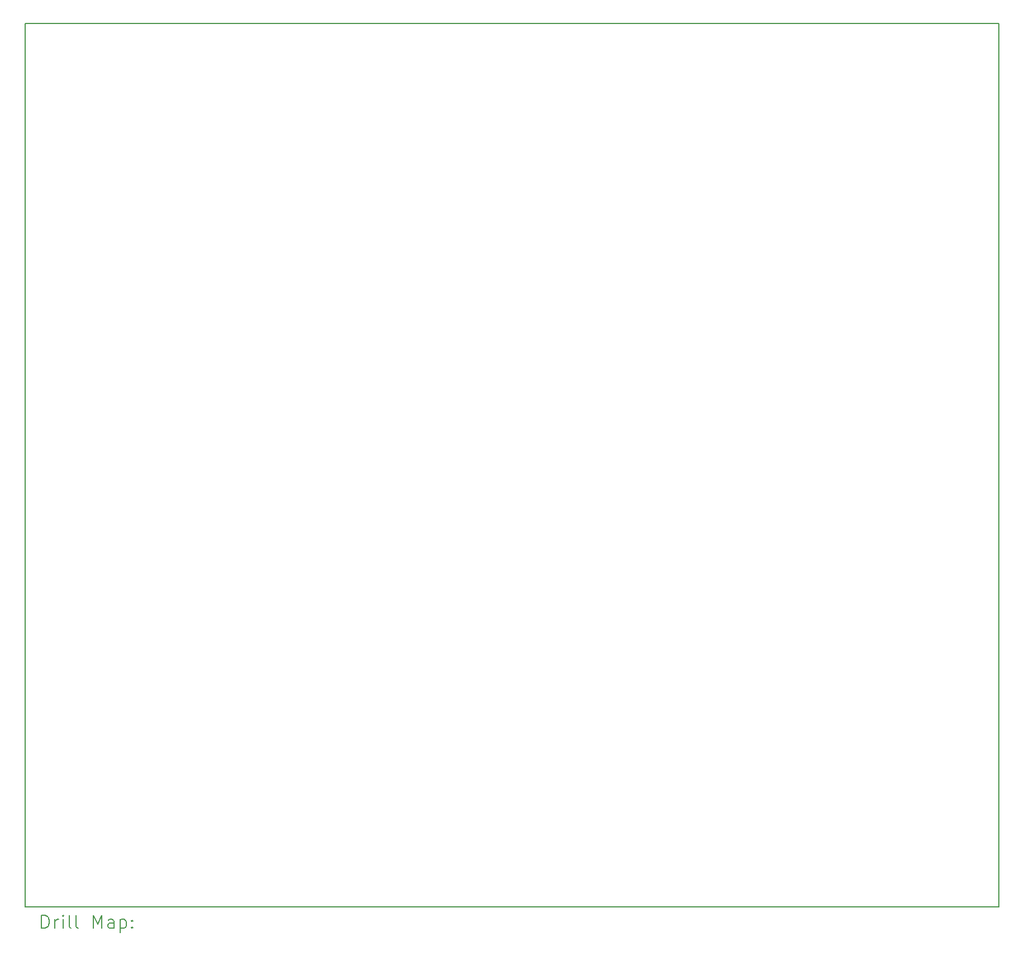
<source format=gbr>
%TF.GenerationSoftware,KiCad,Pcbnew,8.0.1*%
%TF.CreationDate,2024-05-29T20:25:28-07:00*%
%TF.ProjectId,8-Bit-Computer,382d4269-742d-4436-9f6d-70757465722e,rev?*%
%TF.SameCoordinates,Original*%
%TF.FileFunction,Drillmap*%
%TF.FilePolarity,Positive*%
%FSLAX45Y45*%
G04 Gerber Fmt 4.5, Leading zero omitted, Abs format (unit mm)*
G04 Created by KiCad (PCBNEW 8.0.1) date 2024-05-29 20:25:28*
%MOMM*%
%LPD*%
G01*
G04 APERTURE LIST*
%ADD10C,0.200000*%
G04 APERTURE END LIST*
D10*
X2750000Y-3500000D02*
X17500000Y-3500000D01*
X17500000Y-16900000D01*
X2750000Y-16900000D01*
X2750000Y-3500000D01*
X3000777Y-17221484D02*
X3000777Y-17021484D01*
X3000777Y-17021484D02*
X3048396Y-17021484D01*
X3048396Y-17021484D02*
X3076967Y-17031008D01*
X3076967Y-17031008D02*
X3096015Y-17050055D01*
X3096015Y-17050055D02*
X3105539Y-17069103D01*
X3105539Y-17069103D02*
X3115062Y-17107198D01*
X3115062Y-17107198D02*
X3115062Y-17135770D01*
X3115062Y-17135770D02*
X3105539Y-17173865D01*
X3105539Y-17173865D02*
X3096015Y-17192912D01*
X3096015Y-17192912D02*
X3076967Y-17211960D01*
X3076967Y-17211960D02*
X3048396Y-17221484D01*
X3048396Y-17221484D02*
X3000777Y-17221484D01*
X3200777Y-17221484D02*
X3200777Y-17088150D01*
X3200777Y-17126246D02*
X3210301Y-17107198D01*
X3210301Y-17107198D02*
X3219824Y-17097674D01*
X3219824Y-17097674D02*
X3238872Y-17088150D01*
X3238872Y-17088150D02*
X3257920Y-17088150D01*
X3324586Y-17221484D02*
X3324586Y-17088150D01*
X3324586Y-17021484D02*
X3315062Y-17031008D01*
X3315062Y-17031008D02*
X3324586Y-17040531D01*
X3324586Y-17040531D02*
X3334110Y-17031008D01*
X3334110Y-17031008D02*
X3324586Y-17021484D01*
X3324586Y-17021484D02*
X3324586Y-17040531D01*
X3448396Y-17221484D02*
X3429348Y-17211960D01*
X3429348Y-17211960D02*
X3419824Y-17192912D01*
X3419824Y-17192912D02*
X3419824Y-17021484D01*
X3553158Y-17221484D02*
X3534110Y-17211960D01*
X3534110Y-17211960D02*
X3524586Y-17192912D01*
X3524586Y-17192912D02*
X3524586Y-17021484D01*
X3781729Y-17221484D02*
X3781729Y-17021484D01*
X3781729Y-17021484D02*
X3848396Y-17164341D01*
X3848396Y-17164341D02*
X3915062Y-17021484D01*
X3915062Y-17021484D02*
X3915062Y-17221484D01*
X4096015Y-17221484D02*
X4096015Y-17116722D01*
X4096015Y-17116722D02*
X4086491Y-17097674D01*
X4086491Y-17097674D02*
X4067443Y-17088150D01*
X4067443Y-17088150D02*
X4029348Y-17088150D01*
X4029348Y-17088150D02*
X4010301Y-17097674D01*
X4096015Y-17211960D02*
X4076967Y-17221484D01*
X4076967Y-17221484D02*
X4029348Y-17221484D01*
X4029348Y-17221484D02*
X4010301Y-17211960D01*
X4010301Y-17211960D02*
X4000777Y-17192912D01*
X4000777Y-17192912D02*
X4000777Y-17173865D01*
X4000777Y-17173865D02*
X4010301Y-17154817D01*
X4010301Y-17154817D02*
X4029348Y-17145293D01*
X4029348Y-17145293D02*
X4076967Y-17145293D01*
X4076967Y-17145293D02*
X4096015Y-17135770D01*
X4191253Y-17088150D02*
X4191253Y-17288150D01*
X4191253Y-17097674D02*
X4210301Y-17088150D01*
X4210301Y-17088150D02*
X4248396Y-17088150D01*
X4248396Y-17088150D02*
X4267444Y-17097674D01*
X4267444Y-17097674D02*
X4276967Y-17107198D01*
X4276967Y-17107198D02*
X4286491Y-17126246D01*
X4286491Y-17126246D02*
X4286491Y-17183389D01*
X4286491Y-17183389D02*
X4276967Y-17202436D01*
X4276967Y-17202436D02*
X4267444Y-17211960D01*
X4267444Y-17211960D02*
X4248396Y-17221484D01*
X4248396Y-17221484D02*
X4210301Y-17221484D01*
X4210301Y-17221484D02*
X4191253Y-17211960D01*
X4372205Y-17202436D02*
X4381729Y-17211960D01*
X4381729Y-17211960D02*
X4372205Y-17221484D01*
X4372205Y-17221484D02*
X4362682Y-17211960D01*
X4362682Y-17211960D02*
X4372205Y-17202436D01*
X4372205Y-17202436D02*
X4372205Y-17221484D01*
X4372205Y-17097674D02*
X4381729Y-17107198D01*
X4381729Y-17107198D02*
X4372205Y-17116722D01*
X4372205Y-17116722D02*
X4362682Y-17107198D01*
X4362682Y-17107198D02*
X4372205Y-17097674D01*
X4372205Y-17097674D02*
X4372205Y-17116722D01*
M02*

</source>
